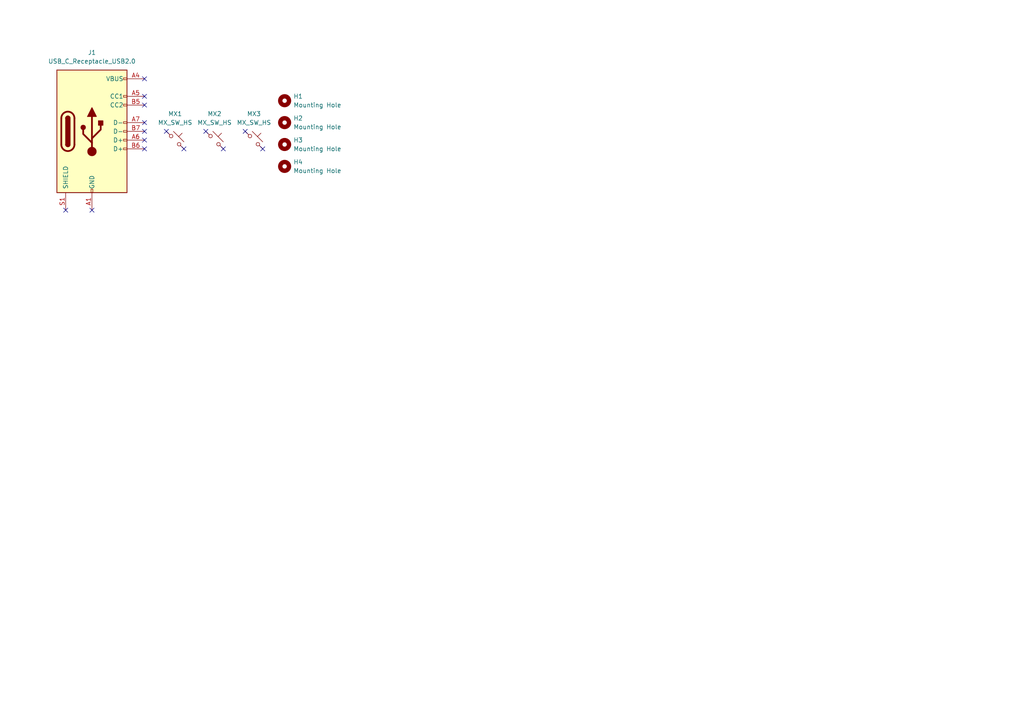
<source format=kicad_sch>
(kicad_sch (version 20231120) (generator "eeschema") (generator_version "8.0")
  (paper "A4")
  (lib_symbols
    (symbol "Connector:USB_C_Receptacle_USB2.0_14P" (pin_names (offset 1.016))
      (property "Reference" "J" (at 0 22.225 0))
      (property "Value" "USB_C_Receptacle_USB2.0_14P" (at 0 19.685 0))
      (symbol "USB_C_Receptacle_USB2.0_14P_0_0"
        (rectangle (start -0.254 -17.78) (end 0.254 -16.764))
        (rectangle (start 10.16 -4.826) (end 9.144 -5.334))
        (rectangle (start 10.16 -2.286) (end 9.144 -2.794))
        (rectangle (start 10.16 0.254) (end 9.144 -0.254))
        (rectangle (start 10.16 2.794) (end 9.144 2.286))
        (rectangle (start 10.16 7.874) (end 9.144 7.366))
        (rectangle (start 10.16 10.414) (end 9.144 9.906))
        (rectangle (start 10.16 15.494) (end 9.144 14.986))
      )
      (symbol "USB_C_Receptacle_USB2.0_14P_0_1"
        (rectangle (start -10.16 17.78) (end 10.16 -17.78) (stroke (width 0.254)) (fill (type background)))
        (arc (start -8.89 -3.81) (mid -6.985 -5.7067) (end -5.08 -3.81) (stroke (width 0.508)))
        (arc (start -7.62 -3.81) (mid -6.985 -4.4423) (end -6.35 -3.81) (stroke (width 0.254)))
        (arc (start -7.62 -3.81) (mid -6.985 -4.4423) (end -6.35 -3.81) (stroke (width 0.254)) (fill (type outline)))
        (rectangle (start -7.62 -3.81) (end -6.35 3.81) (stroke (width 0.254)) (fill (type outline)))
        (arc (start -6.35 3.81) (mid -6.985 4.4423) (end -7.62 3.81) (stroke (width 0.254)))
        (arc (start -6.35 3.81) (mid -6.985 4.4423) (end -7.62 3.81) (stroke (width 0.254)) (fill (type outline)))
        (arc (start -5.08 3.81) (mid -6.985 5.7067) (end -8.89 3.81) (stroke (width 0.508)))
        (circle (center -2.54 1.143) (radius 0.635) (stroke (width 0.254)) (fill (type outline)))
        (circle (center 0 -5.842) (radius 1.27) (fill (type outline)))
        (polyline (pts (xy -8.89 -3.81) (xy -8.89 3.81)) (stroke (width 0.508)))
        (polyline (pts (xy -5.08 3.81) (xy -5.08 -3.81)) (stroke (width 0.508)))
        (polyline (pts (xy 0 -5.842) (xy 0 4.318)) (stroke (width 0.508)))
        (polyline (pts (xy 0 -3.302) (xy -2.54 -0.762) (xy -2.54 0.508)) (stroke (width 0.508)))
        (polyline (pts (xy 0 -2.032) (xy 2.54 0.508) (xy 2.54 1.778)) (stroke (width 0.508)))
        (polyline (pts (xy -1.27 4.318) (xy 0 6.858) (xy 1.27 4.318) (xy -1.27 4.318)) (stroke (width 0.254)) (fill (type outline)))
        (rectangle (start 1.905 1.778) (end 3.175 3.048) (stroke (width 0.254)) (fill (type outline)))
      )
      (symbol "USB_C_Receptacle_USB2.0_14P_1_1"
        (pin passive line (at 0 -22.86 90) (length 5.08) (name "GND") (number "A1"))
        (pin passive line (at 0 -22.86 90) (length 5.08) hide (name "GND") (number "A12"))
        (pin passive line (at 15.24 15.24 180) (length 5.08) (name "VBUS") (number "A4"))
        (pin bidirectional line (at 15.24 10.16 180) (length 5.08) (name "CC1") (number "A5"))
        (pin bidirectional line (at 15.24 -2.54 180) (length 5.08) (name "D+") (number "A6"))
        (pin bidirectional line (at 15.24 2.54 180) (length 5.08) (name "D-") (number "A7"))
        (pin passive line (at 15.24 15.24 180) (length 5.08) hide (name "VBUS") (number "A9"))
        (pin passive line (at 0 -22.86 90) (length 5.08) hide (name "GND") (number "B1"))
        (pin passive line (at 0 -22.86 90) (length 5.08) hide (name "GND") (number "B12"))
        (pin passive line (at 15.24 15.24 180) (length 5.08) hide (name "VBUS") (number "B4"))
        (pin bidirectional line (at 15.24 7.62 180) (length 5.08) (name "CC2") (number "B5"))
        (pin bidirectional line (at 15.24 -5.08 180) (length 5.08) (name "D+") (number "B6"))
        (pin bidirectional line (at 15.24 0 180) (length 5.08) (name "D-") (number "B7"))
        (pin passive line (at 15.24 15.24 180) (length 5.08) hide (name "VBUS") (number "B9"))
        (pin passive line (at -7.62 -22.86 90) (length 5.08) (name "SHIELD") (number "S1"))
      )
    )
    (symbol "Mechanical:MountingHole" (pin_names (offset 1.016))
      (property "Reference" "H" (at 0 5.08 0))
      (property "Value" "MountingHole" (at 0 3.175 0))
      (symbol "MountingHole_0_1"
        (circle (center 0 0) (radius 1.27) (stroke (width 1.27)))
      )
    )
    (symbol "PCM_marbastlib-mx:MX_SW_HS_CPG151101S11" (pin_numbers hide) (pin_names (offset 1.016) hide)
      (property "Reference" "MX" (at 3.048 1.016 0))
      (property "Value" "MX_SW_HS" (at 0 -3.81 0))
      (symbol "MX_SW_HS_CPG151101S11_0_1"
        (circle (center -1.1684 1.1684) (radius 0.508))
        (polyline (pts (xy -0.508 2.54) (xy 2.54 -0.508)))
        (polyline (pts (xy 1.016 1.016) (xy 2.032 2.032)))
        (polyline (pts (xy -2.54 2.54) (xy -1.524 1.524) (xy -1.524 1.524)))
        (polyline (pts (xy 1.524 -1.524) (xy 2.54 -2.54) (xy 2.54 -2.54) (xy 2.54 -2.54)))
        (circle (center 1.143 -1.1938) (radius 0.508))
        (pin passive line (at -2.54 2.54 0) (length 0) (name "1") (number "1"))
        (pin passive line (at 2.54 -2.54 180) (length 0) (name "2") (number "2"))
      )
    )
  )
  (no_connect (at 59.69 38.1))
  (no_connect (at 76.2 43.18))
  (no_connect (at 41.91 43.18))
  (no_connect (at 41.91 40.64))
  (no_connect (at 48.26 38.1))
  (no_connect (at 53.34 43.18))
  (no_connect (at 41.91 35.56))
  (no_connect (at 41.91 22.86))
  (no_connect (at 64.77 43.18))
  (no_connect (at 41.91 38.1))
  (no_connect (at 71.12 38.1))
  (no_connect (at 19.05 60.96))
  (no_connect (at 41.91 30.48))
  (no_connect (at 26.67 60.96))
  (no_connect (at 41.91 27.94))
  (symbol (lib_id "PCM_marbastlib-mx:MX_SW_HS_CPG151101S11") (at 50.8 40.64 0) (unit 1)
    (property "Reference" "MX1" (at 50.8 33.02 0))
    (property "Value" "MX_SW_HS" (at 50.8 35.56 0))
    (property "Footprint" "PCM_marbastlib-mx:SW_MX_HS_CPG151101S11_1u" (effects (hide yes)))
    (property "Description" "Push button switch, normally open, two pins, 45° tilted, Kailh CPG151101S11 for Cherry MX style switches" (effects (hide yes)))
  )
  (symbol (lib_id "Mechanical:MountingHole") (at 82.55 48.26 0) (unit 1)
    (property "Reference" "H4" (at 85.09 46.99 0) (effects (justify left)))
    (property "Value" "Mounting Hole" (at 85.09 49.53 0) (effects (justify left)))
    (property "Footprint" "MountingHole:MountingHole_2.2mm_M2_Pad" (effects (hide yes)))
    (property "Description" "Mounting Hole without connection" (effects (hide yes)))
  )
  (symbol (lib_id "Mechanical:MountingHole") (at 82.55 41.91 0) (unit 1)
    (property "Reference" "H3" (at 85.09 40.64 0) (effects (justify left)))
    (property "Value" "Mounting Hole" (at 85.09 43.18 0) (effects (justify left)))
    (property "Footprint" "MountingHole:MountingHole_2.2mm_M2_Pad" (effects (hide yes)))
    (property "Description" "Mounting Hole without connection" (effects (hide yes)))
  )
  (symbol (lib_id "Mechanical:MountingHole") (at 82.55 29.21 0) (unit 1)
    (property "Reference" "H1" (at 85.09 27.94 0) (effects (justify left)))
    (property "Value" "Mounting Hole" (at 85.09 30.48 0) (effects (justify left)))
    (property "Footprint" "MountingHole:MountingHole_2.2mm_M2_Pad" (effects (hide yes)))
    (property "Description" "Mounting Hole without connection" (effects (hide yes)))
  )
  (symbol (lib_id "Connector:USB_C_Receptacle_USB2.0_14P") (at 26.67 38.1 0) (unit 1)
    (property "Reference" "J1" (at 26.67 15.24 0))
    (property "Value" "USB_C_Receptacle_USB2.0" (at 26.67 17.78 0))
    (property "Footprint" "PCM_marbastlib-various:USB_C_Receptacle_HRO_TYPE-C-31-M-12" (effects (hide yes)))
    (property "Datasheet" "https://www.usb.org/sites/default/files/documents/usb_type-c.zip" (effects (hide yes)))
    (property "Description" "USB 2.0-only 14P Type-C Receptacle connector" (effects (hide yes)))
  )
  (symbol (lib_id "PCM_marbastlib-mx:MX_SW_HS_CPG151101S11") (at 62.23 40.64 0) (unit 1)
    (property "Reference" "MX2" (at 62.23 33.02 0))
    (property "Value" "MX_SW_HS" (at 62.23 35.56 0))
    (property "Footprint" "PCM_marbastlib-mx:SW_MX_HS_CPG151101S11_1u" (effects (hide yes)))
    (property "Description" "Push button switch, normally open, two pins, 45° tilted, Kailh CPG151101S11 for Cherry MX style switches" (effects (hide yes)))
  )
  (symbol (lib_id "PCM_marbastlib-mx:MX_SW_HS_CPG151101S11") (at 73.66 40.64 0) (unit 1)
    (property "Reference" "MX3" (at 73.66 33.02 0))
    (property "Value" "MX_SW_HS" (at 73.66 35.56 0))
    (property "Footprint" "PCM_marbastlib-mx:SW_MX_HS_CPG151101S11_1u" (effects (hide yes)))
    (property "Description" "Push button switch, normally open, two pins, 45° tilted, Kailh CPG151101S11 for Cherry MX style switches" (effects (hide yes)))
  )
  (symbol (lib_id "Mechanical:MountingHole") (at 82.55 35.56 0) (unit 1)
    (property "Reference" "H2" (at 85.09 34.29 0) (effects (justify left)))
    (property "Value" "Mounting Hole" (at 85.09 36.83 0) (effects (justify left)))
    (property "Footprint" "MountingHole:MountingHole_2.2mm_M2_Pad" (effects (hide yes)))
    (property "Description" "Mounting Hole without connection" (effects (hide yes)))
  )
)
</source>
